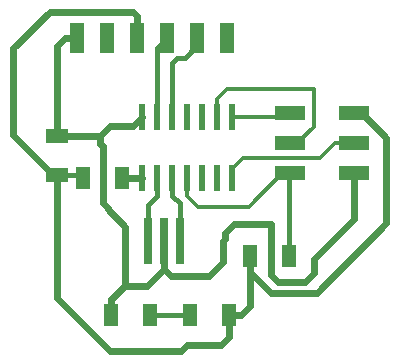
<source format=gtl>
G04 #@! TF.GenerationSoftware,KiCad,Pcbnew,(5.0.2-5)-5*
G04 #@! TF.CreationDate,2019-03-05T16:54:08+01:00*
G04 #@! TF.ProjectId,ClassKicad,436c6173-734b-4696-9361-642e6b696361,rev?*
G04 #@! TF.SameCoordinates,PX836a940PY57bcf00*
G04 #@! TF.FileFunction,Copper,L1,Top*
G04 #@! TF.FilePolarity,Positive*
%FSLAX46Y46*%
G04 Gerber Fmt 4.6, Leading zero omitted, Abs format (unit mm)*
G04 Created by KiCad (PCBNEW (5.0.2-5)-5) date 2019 March 05, Tuesday 16:54:08*
%MOMM*%
%LPD*%
G01*
G04 APERTURE LIST*
G04 #@! TA.AperFunction,SMDPad,CuDef*
%ADD10R,1.905000X1.270000*%
G04 #@! TD*
G04 #@! TA.AperFunction,SMDPad,CuDef*
%ADD11R,0.609600X2.207260*%
G04 #@! TD*
G04 #@! TA.AperFunction,SMDPad,CuDef*
%ADD12R,2.540000X1.270000*%
G04 #@! TD*
G04 #@! TA.AperFunction,SMDPad,CuDef*
%ADD13R,1.270000X2.540000*%
G04 #@! TD*
G04 #@! TA.AperFunction,SMDPad,CuDef*
%ADD14R,0.797560X3.898900*%
G04 #@! TD*
G04 #@! TA.AperFunction,SMDPad,CuDef*
%ADD15R,1.270000X1.905000*%
G04 #@! TD*
G04 #@! TA.AperFunction,Conductor*
%ADD16C,0.600000*%
G04 #@! TD*
G04 #@! TA.AperFunction,Conductor*
%ADD17C,0.400000*%
G04 #@! TD*
G04 #@! TA.AperFunction,Conductor*
%ADD18C,0.300000*%
G04 #@! TD*
G04 APERTURE END LIST*
D10*
G04 #@! TO.P,C1,1*
G04 #@! TO.N,VCC*
X5800000Y18400000D03*
G04 #@! TO.P,C1,2*
G04 #@! TO.N,GND*
X5800000Y21702000D03*
G04 #@! TD*
D11*
G04 #@! TO.P,IC1,1*
G04 #@! TO.N,VCC*
X13040000Y18116500D03*
G04 #@! TO.P,IC1,2*
G04 #@! TO.N,XTAL1*
X14310000Y18116500D03*
G04 #@! TO.P,IC1,3*
G04 #@! TO.N,XTAL2*
X15580000Y18116500D03*
G04 #@! TO.P,IC1,4*
G04 #@! TO.N,RST*
X16850000Y18116500D03*
G04 #@! TO.P,IC1,5*
G04 #@! TO.N,Net-(IC1-Pad5)*
X18120000Y18116500D03*
G04 #@! TO.P,IC1,6*
G04 #@! TO.N,Net-(IC1-Pad6)*
X19390000Y18116500D03*
G04 #@! TO.P,IC1,7*
G04 #@! TO.N,MOSI*
X20660000Y18116500D03*
G04 #@! TO.P,IC1,8*
G04 #@! TO.N,MISO*
X20660000Y23323500D03*
G04 #@! TO.P,IC1,9*
G04 #@! TO.N,SCK*
X19390000Y23323500D03*
G04 #@! TO.P,IC1,10*
G04 #@! TO.N,Net-(IC1-Pad10)*
X18120000Y23323500D03*
G04 #@! TO.P,IC1,11*
G04 #@! TO.N,Net-(IC1-Pad11)*
X16850000Y23323500D03*
G04 #@! TO.P,IC1,12*
G04 #@! TO.N,RX*
X15580000Y23323500D03*
G04 #@! TO.P,IC1,13*
G04 #@! TO.N,TX*
X14310000Y23323500D03*
G04 #@! TO.P,IC1,14*
G04 #@! TO.N,GND*
X13040000Y23323500D03*
G04 #@! TD*
D12*
G04 #@! TO.P,M1,1*
G04 #@! TO.N,MISO*
X25541540Y23600000D03*
G04 #@! TO.P,M1,2*
G04 #@! TO.N,VCC*
X31000000Y23600000D03*
G04 #@! TO.P,M1,3*
G04 #@! TO.N,SCK*
X25541540Y21060000D03*
G04 #@! TO.P,M1,4*
G04 #@! TO.N,MOSI*
X31000000Y21060000D03*
G04 #@! TO.P,M1,5*
G04 #@! TO.N,RST*
X25541540Y18520000D03*
G04 #@! TO.P,M1,6*
G04 #@! TO.N,GND*
X31000000Y18520000D03*
G04 #@! TD*
D13*
G04 #@! TO.P,M2,1*
G04 #@! TO.N,GND*
X7520000Y30000000D03*
G04 #@! TO.P,M2,2*
G04 #@! TO.N,Net-(M2-Pad2)*
X10060000Y30000000D03*
G04 #@! TO.P,M2,3*
G04 #@! TO.N,VCC*
X12600000Y30000000D03*
G04 #@! TO.P,M2,4*
G04 #@! TO.N,TX*
X15140000Y30000000D03*
G04 #@! TO.P,M2,5*
G04 #@! TO.N,RX*
X17680000Y30000000D03*
G04 #@! TO.P,M2,6*
G04 #@! TO.N,Net-(M2-Pad6)*
X20220000Y30000000D03*
G04 #@! TD*
D14*
G04 #@! TO.P,M3,1*
G04 #@! TO.N,XTAL1*
X13502520Y12800000D03*
G04 #@! TO.P,M3,2*
G04 #@! TO.N,GND*
X14851260Y12800000D03*
G04 #@! TO.P,M3,3*
G04 #@! TO.N,XTAL2*
X16200000Y12800000D03*
G04 #@! TD*
D15*
G04 #@! TO.P,M4,1*
G04 #@! TO.N,Net-(M4-Pad1)*
X13700000Y6500000D03*
G04 #@! TO.P,M4,2*
G04 #@! TO.N,GND*
X10398000Y6500000D03*
G04 #@! TD*
G04 #@! TO.P,R1,1*
G04 #@! TO.N,VCC*
X22200000Y11500000D03*
G04 #@! TO.P,R1,2*
G04 #@! TO.N,RST*
X25502000Y11500000D03*
G04 #@! TD*
G04 #@! TO.P,R2,2*
G04 #@! TO.N,VCC*
X20351000Y6500000D03*
G04 #@! TO.P,R2,1*
G04 #@! TO.N,Net-(M4-Pad1)*
X17049000Y6500000D03*
G04 #@! TD*
G04 #@! TO.P,R0,1*
G04 #@! TO.N,VCC*
X8049000Y18100000D03*
G04 #@! TO.P,R0,2*
X11351000Y18100000D03*
G04 #@! TD*
D16*
G04 #@! TO.N,VCC*
X21386000Y6500000D02*
X20351000Y6500000D01*
X22200000Y7314000D02*
X21386000Y6500000D01*
X22200000Y11500000D02*
X22200000Y7314000D01*
X22200000Y10147500D02*
X23947500Y8400000D01*
X33700000Y14300000D02*
X33700000Y21535000D01*
X33700000Y21535000D02*
X31635000Y23600000D01*
X31635000Y23600000D02*
X31000000Y23600000D01*
X27800000Y8400000D02*
X33700000Y14300000D01*
X23947500Y8400000D02*
X27800000Y8400000D01*
X22200000Y11500000D02*
X22200000Y10147500D01*
D17*
X12600000Y30000000D02*
X12600000Y30635000D01*
D16*
X13023500Y18100000D02*
X13040000Y18116500D01*
X11351000Y18100000D02*
X13023500Y18100000D01*
D17*
X7749000Y18400000D02*
X8049000Y18100000D01*
X5800000Y18400000D02*
X7749000Y18400000D01*
D16*
X12600000Y31870000D02*
X12270000Y32200000D01*
X12600000Y30000000D02*
X12600000Y31870000D01*
X12270000Y32200000D02*
X5200000Y32200000D01*
X5200000Y32200000D02*
X2100000Y29100000D01*
X5482500Y18400000D02*
X5800000Y18400000D01*
X2100000Y21782500D02*
X5482500Y18400000D01*
X2100000Y29100000D02*
X2100000Y21782500D01*
X5800000Y8000000D02*
X5800000Y18400000D01*
X10300000Y3500000D02*
X5800000Y8000000D01*
X16816000Y4000000D02*
X16316000Y3500000D01*
X19700000Y4000000D02*
X16816000Y4000000D01*
X20351000Y4651000D02*
X19700000Y4000000D01*
X16316000Y3500000D02*
X10300000Y3500000D01*
X20351000Y6500000D02*
X20351000Y4651000D01*
G04 #@! TO.N,GND*
X10398000Y7852500D02*
X11545500Y9000000D01*
X10398000Y6500000D02*
X10398000Y7852500D01*
X14851260Y10450550D02*
X14851260Y12800000D01*
X13400710Y9000000D02*
X14851260Y10450550D01*
X11545500Y9000000D02*
X13400710Y9000000D01*
X6485000Y30000000D02*
X7520000Y30000000D01*
X5800000Y29315000D02*
X6485000Y30000000D01*
X5800000Y21702000D02*
X5800000Y29315000D01*
X11545500Y14019500D02*
X11545500Y9000000D01*
X10100000Y15465000D02*
X11545500Y14019500D01*
X9700000Y16000000D02*
X10100000Y15600000D01*
X9700000Y20823300D02*
X9700000Y16000000D01*
X31000000Y17485000D02*
X31000000Y18520000D01*
X31000000Y14690498D02*
X31000000Y17485000D01*
X27600000Y11290498D02*
X31000000Y14690498D01*
X27600000Y10100000D02*
X27600000Y11290498D01*
X26800000Y9300000D02*
X27600000Y10100000D01*
X20032501Y13432501D02*
X20800000Y14200000D01*
X24500000Y9300000D02*
X26800000Y9300000D01*
X14851260Y10450550D02*
X15501810Y9800000D01*
X23900000Y9900000D02*
X24500000Y9300000D01*
X20032501Y12932501D02*
X20032501Y13432501D01*
X23900000Y14200000D02*
X23900000Y9900000D01*
X20800000Y14200000D02*
X23900000Y14200000D01*
X19900000Y12800000D02*
X20032501Y12932501D01*
X18700000Y9800000D02*
X19900000Y11000000D01*
X19900000Y11000000D02*
X19900000Y12800000D01*
X15501810Y9800000D02*
X18700000Y9800000D01*
X12516500Y22800000D02*
X13040000Y23323500D01*
X10286300Y22502000D02*
X12218500Y22502000D01*
X9486300Y21702000D02*
X10286300Y22502000D01*
X12218500Y22502000D02*
X12516500Y22800000D01*
X5800000Y21702000D02*
X9486300Y21702000D01*
X9486300Y21037000D02*
X9700000Y20823300D01*
X9486300Y21702000D02*
X9486300Y21037000D01*
D17*
G04 #@! TO.N,XTAL1*
X13502520Y15149450D02*
X13502520Y12800000D01*
X13502520Y15805390D02*
X13502520Y15149450D01*
X14310000Y16612870D02*
X13502520Y15805390D01*
X14310000Y18116500D02*
X14310000Y16612870D01*
G04 #@! TO.N,XTAL2*
X16200000Y15992870D02*
X16200000Y15149450D01*
X16200000Y15149450D02*
X16200000Y12800000D01*
X15580000Y16612870D02*
X16200000Y15992870D01*
X15580000Y18116500D02*
X15580000Y16612870D01*
D18*
G04 #@! TO.N,RST*
X17762870Y15700000D02*
X22086540Y15700000D01*
X16850000Y18116500D02*
X16850000Y16612870D01*
X22086540Y15700000D02*
X24906540Y18520000D01*
X24906540Y18520000D02*
X25541540Y18520000D01*
X16850000Y16612870D02*
X17762870Y15700000D01*
D17*
X25502000Y18480460D02*
X25541540Y18520000D01*
X25502000Y11500000D02*
X25502000Y18480460D01*
D18*
G04 #@! TO.N,MOSI*
X20660000Y18915330D02*
X21544670Y19800000D01*
X21544670Y19800000D02*
X28070000Y19800000D01*
X28070000Y19800000D02*
X29330000Y21060000D01*
X29330000Y21060000D02*
X31000000Y21060000D01*
X20660000Y18116500D02*
X20660000Y18915330D01*
G04 #@! TO.N,MISO*
X25265040Y23323500D02*
X25541540Y23600000D01*
X20660000Y23323500D02*
X25265040Y23323500D01*
D17*
G04 #@! TO.N,SCK*
X19390000Y23323500D02*
X19390000Y24122330D01*
D18*
X19390000Y24827130D02*
X20200000Y25637130D01*
X27562870Y25637130D02*
X27562870Y22446330D01*
X27562870Y22446330D02*
X26176540Y21060000D01*
X26176540Y21060000D02*
X25541540Y21060000D01*
X20200000Y25637130D02*
X27562870Y25637130D01*
X19390000Y23323500D02*
X19390000Y24827130D01*
D17*
G04 #@! TO.N,TX*
X14310000Y29170000D02*
X15140000Y30000000D01*
X14310000Y23323500D02*
X14310000Y29170000D01*
G04 #@! TO.N,RX*
X17680000Y29365000D02*
X17680000Y30000000D01*
X16645000Y28330000D02*
X17680000Y29365000D01*
X16010000Y28330000D02*
X16645000Y28330000D01*
X15580000Y27900000D02*
X16010000Y28330000D01*
X15580000Y23323500D02*
X15580000Y27900000D01*
G04 #@! TO.N,Net-(M4-Pad1)*
X13700000Y6500000D02*
X17049000Y6500000D01*
G04 #@! TD*
M02*

</source>
